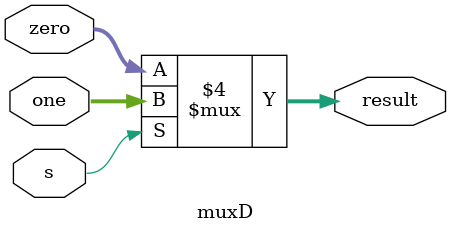
<source format=v>
module muxD (output reg [31:0] result, input s, input [31:0] zero, one);

  always @(s,zero, one)
    if (s == 0) begin
      result = zero;
    end else begin
      result = one;
    end
endmodule
</source>
